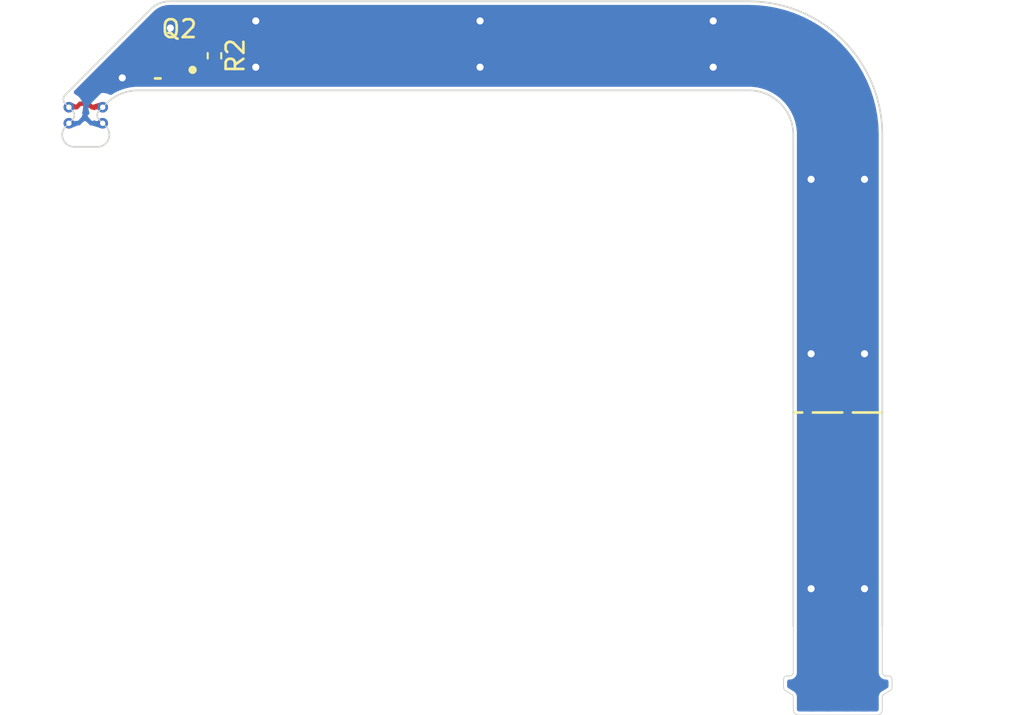
<source format=kicad_pcb>
(kicad_pcb (version 20221018) (generator pcbnew)
  (layers (0 "F.Cu" signal) (31 "B.Cu" signal) (34 "B.Paste" user) (35 "F.Paste" user) (36 "B.SilkS" user "B.Silkscreen") (37 "F.SilkS" user "F.Silkscreen") (38 "B.Mask" user) (39 "F.Mask" user) (44 "Edge.Cuts" user))
  (net 0 "")
  (net 1 "GND")
  (net 2 "+1V2")
  (net 3 "/G_UTL")
  (net 4 "Net-(Q2-G)")
  (footprint "footprints:FPC_Castellated_Hole" (layer "F.Cu") (at 123.8 82.55 45)
    (fp_text reference "J6" hide)
    (fp_text value "UTL_DCap_GND")
    (fp_line (start -0.3 0) (end 0.3 0) (stroke (width 0.05)) (layer "Edge.Cuts"))
    (pad "1" thru_hole circle (at 0 0 45) (size 0.6 0.6) (drill 0.3) (property pad_prop_castellated) (layers "*.Cu" "*.Mask") (net 1 "GND"))
  )
  (footprint "Resistor_SMD:R_0402_1005Metric" (layer "F.Cu") (at 131.98 78.76 -90)
    (fp_text reference "R2" (at 0 -1.17 90) (layer "F.SilkS"))
    (fp_text value "200")
    (fp_line (start -0.153641 -0.38) (end 0.153641 -0.38) (stroke (width 0.12)) (layer "F.SilkS"))
    (fp_line (start -0.153641 0.38) (end 0.153641 0.38) (stroke (width 0.12)) (layer "F.SilkS"))
    (pad "1" smd roundrect (at -0.51 0 270) (size 0.54 0.64) (layers "F.Cu" "F.Paste" "F.Mask") (net 3 "/G_UTL"))
    (pad "2" smd roundrect (at 0.51 0 270) (size 0.54 0.64) (layers "F.Cu" "F.Paste" "F.Mask") (net 4 "Net-(Q2-G)"))
  )
  (footprint "footprints:PQFN6_2X2_INF" (layer "F.Cu") (at 128.7932 78.849986 180)
    (fp_text reference "Q2" (at -1.2068 1.599986 unlocked) (layer "F.SilkS"))
    (fp_text value "IRFHS8342PbF")
    (fp_line (start 0.1524 -1.1811) (end -0.1524 -1.1811) (stroke (width 0.1524)) (layer "F.SilkS"))
    (pad "1" smd rect (at -1.0668 -0.649986 180) (size 0.5842 0.3048) (layers "F.Cu" "F.Paste" "F.Mask") (net 2 "+1V2"))
    (pad "2" smd rect (at -1.0668 0 180) (size 0.5842 0.3048) (layers "F.Cu" "F.Paste" "F.Mask") (net 2 "+1V2"))
    (pad "3" smd rect (at -1.0668 0.649986 180) (size 0.5842 0.3048) (layers "F.Cu" "F.Paste" "F.Mask") (net 4 "Net-(Q2-G)"))
    (pad "4" smd rect (at 1.0668 0.649986 180) (size 0.5842 0.3048) (layers "F.Cu" "F.Paste" "F.Mask") (net 1 "GND"))
    (pad "5" smd rect (at 1.0668 0 180) (size 0.5842 0.3048) (layers "F.Cu" "F.Paste" "F.Mask") (net 2 "+1V2"))
    (pad "6" smd rect (at 1.0668 -0.649986 180) (size 0.5842 0.3048) (layers "F.Cu" "F.Paste" "F.Mask") (net 2 "+1V2"))
    (pad "7" smd rect (at 0.021082 -0.300736 180) (size 1.27 1.0668) (layers "F.Cu" "F.Paste" "F.Mask") (net 2 "+1V2"))
    (pad "8" smd rect (at 0.004 0.776986 180) (size 0.7874 0.254) (layers "F.Cu" "F.Paste" "F.Mask") (net 1 "GND"))
  )
  (footprint "footprints:FPC_Castellated_Hole" (layer "F.Cu") (at 125.7 81.65 45)
    (fp_text reference "J7" hide)
    (fp_text value "UTL_DCap_V12")
    (fp_line (start -0.3 0) (end 0.3 0) (stroke (width 0.05)) (layer "Edge.Cuts"))
    (pad "1" thru_hole circle (at 0 0 45) (size 0.6 0.6) (drill 0.3) (property pad_prop_castellated) (layers "*.Cu" "*.Mask") (net 2 "+1V2"))
  )
  (footprint "footprints:Molex_2005280040_FPC" (layer "F.Cu") (at 167 110.8 180)
    (fp_text reference "J4" hide)
    (fp_text value "Molex 200528_0400")
    (fp_line (start -3.05 -3.444854) (end -3.05 -3) (stroke (width 0.05)) (layer "Edge.Cuts"))
    (fp_line (start -2.85 -2.8) (end -2.7 -2.8) (stroke (width 0.05)) (layer "Edge.Cuts"))
    (fp_line (start -2.558579 -3.858579) (end -2.939443 -3.623739) (stroke (width 0.05)) (layer "Edge.Cuts"))
    (fp_line (start -2.5 -4.7) (end -2.5 -4) (stroke (width 0.05)) (layer "Edge.Cuts"))
    (fp_line (start -2.5 -2.6) (end -2.5 0) (stroke (width 0.05)) (layer "Edge.Cuts"))
    (fp_line (start -2.2 -5) (end 2.2 -5) (stroke (width 0.05)) (layer "Edge.Cuts"))
    (fp_line (start 2.5 -4.7) (end 2.5 -4) (stroke (width 0.05)) (layer "Edge.Cuts"))
    (fp_line (start 2.5 -2.6) (end 2.5 0) (stroke (width 0.05)) (layer "Edge.Cuts"))
    (fp_line (start 2.558579 -3.858579) (end 2.939443 -3.623739) (stroke (width 0.05)) (layer "Edge.Cuts"))
    (fp_line (start 2.85 -2.8) (end 2.7 -2.8) (stroke (width 0.05)) (layer "Edge.Cuts"))
    (fp_line (start 3.05 -3.444854) (end 3.05 -3) (stroke (width 0.05)) (layer "Edge.Cuts"))
    (fp_arc (start -3.05 -3.444854) (mid -3.02013 -3.55) (end -2.939443 -3.623739) (stroke (width 0.05)) (layer "Edge.Cuts"))
    (fp_arc (start -2.85 -2.8) (mid -2.991421 -2.858579) (end -3.05 -3) (stroke (width 0.05)) (layer "Edge.Cuts"))
    (fp_arc (start -2.7 -2.8) (mid -2.558579 -2.741421) (end -2.5 -2.6) (stroke (width 0.05)) (layer "Edge.Cuts"))
    (fp_arc (start -2.5 -4.7) (mid -2.412132 -4.912132) (end -2.2 -5) (stroke (width 0.05)) (layer "Edge.Cuts"))
    (fp_arc (start -2.5 -4) (mid -2.515224 -3.923463) (end -2.558579 -3.858579) (stroke (width 0.05)) (layer "Edge.Cuts"))
    (fp_arc (start 2.2 -5) (mid 2.412132 -4.912132) (end 2.5 -4.7) (stroke (width 0.05)) (layer "Edge.Cuts"))
    (fp_arc (start 2.5 -2.6) (mid 2.558579 -2.741421) (end 2.7 -2.8) (stroke (width 0.05)) (layer "Edge.Cuts"))
    (fp_arc (start 2.558579 -3.858579) (mid 2.515225 -3.923464) (end 2.5 -4) (stroke (width 0.05)) (layer "Edge.Cuts"))
    (fp_arc (start 2.939443 -3.623739) (mid 3.020112 -3.54999) (end 3.05 -3.444854) (stroke (width 0.05)) (layer "Edge.Cuts"))
    (fp_arc (start 3.05 -3) (mid 2.991421 -2.858579) (end 2.85 -2.8) (stroke (width 0.05)) (layer "Edge.Cuts"))
    (pad "1" smd roundrect (at 1.5 -3.15 180) (size 0.7 3.3) (layers "F.Cu" "F.Mask") (net 1 "GND"))
    (pad "2" smd roundrect (at 0.5 -3.15 180) (size 0.7 3.3) (layers "F.Cu" "F.Mask") (net 3 "/G_UTL"))
    (pad "3" smd roundrect (at -0.5 -3.15 180) (size 0.7 3.3) (layers "F.Cu" "F.Mask") (net 3 "/G_UTL"))
    (pad "4" smd roundrect (at -1.5 -3.15 180) (size 0.7 3.3) (layers "F.Cu" "F.Mask") (net 1 "GND"))
  )
  (footprint "footprints:FPC_Castellated_Hole" (layer "F.Cu") (at 123.8 81.65 135)
    (fp_text reference "J5" hide)
    (fp_text value "UTL_DCap_V12")
    (fp_line (start -0.3 0) (end 0.3 0) (stroke (width 0.05)) (layer "Edge.Cuts"))
    (pad "1" thru_hole circle (at 0 0 135) (size 0.6 0.6) (drill 0.3) (property pad_prop_castellated) (layers "*.Cu" "*.Mask") (net 2 "+1V2"))
  )
  (footprint "footprints:FPC_Castellated_Hole" (layer "F.Cu") (at 125.7 82.55 135)
    (fp_text reference "J8" hide)
    (fp_text value "UTL_DCap_GND")
    (fp_line (start -0.3 0) (end 0.3 0) (stroke (width 0.05)) (layer "Edge.Cuts"))
    (pad "1" thru_hole circle (at 0 0 135) (size 0.6 0.6) (drill 0.3) (property pad_prop_castellated) (layers "*.Cu" "*.Mask") (net 1 "GND"))
  )
  (gr_line (start 169.5 98.8) (end 164.5 98.8) (stroke (width 0.15) (type dash)) (layer "F.SilkS"))
  (gr_circle (center 130.75 79.55) (end 130.908114 79.55) (stroke (width 0.15)) (fill solid) (layer "F.SilkS"))
  (gr_arc (start 124.1 83.8738) (mid 123.488019 83.481932) (end 123.587869 82.762133) (stroke (width 0.1)) (layer "Edge.Cuts"))
  (gr_line (start 162 75.7) (end 129.46066 75.7) (stroke (width 0.1)) (layer "Edge.Cuts"))
  (gr_arc (start 123.587868 81.437868) (mid 123.490575 81.2) (end 123.587868 80.962132) (stroke (width 0.1)) (layer "Edge.Cuts"))
  (gr_line (start 164.5 98.8) (end 164.5 83.2) (stroke (width 0.1)) (layer "Edge.Cuts"))
  (gr_line (start 164.5 110.8) (end 164.5 98.8) (stroke (width 0.1)) (layer "Edge.Cuts"))
  (gr_line (start 169.5 110.8) (end 169.5 98.8) (stroke (width 0.1)) (layer "Edge.Cuts"))
  (gr_line (start 124.1 83.8738) (end 125.4 83.8738) (stroke (width 0.1)) (layer "Edge.Cuts"))
  (gr_arc (start 125.912131 82.762133) (mid 126.01198 83.481932) (end 125.4 83.8738) (stroke (width 0.1)) (layer "Edge.Cuts"))
  (gr_arc (start 162 80.7) (mid 163.767767 81.432233) (end 164.5 83.2) (stroke (width 0.1)) (layer "Edge.Cuts"))
  (gr_line (start 169.5 98.8) (end 169.5 83.2) (stroke (width 0.1)) (layer "Edge.Cuts"))
  (gr_arc (start 124.012132 81.862132) (mid 124.109425 82.1) (end 124.012132 82.337868) (stroke (width 0.1)) (layer "Edge.Cuts"))
  (gr_arc (start 125.913152 81.43889) (mid 126.733203 80.892008) (end 127.7 80.7) (stroke (width 0.1)) (layer "Edge.Cuts"))
  (gr_line (start 123.587868 80.962132) (end 128.4 76.13934) (stroke (width 0.1)) (layer "Edge.Cuts"))
  (gr_arc (start 128.4 76.13934) (mid 128.886633 75.814168) (end 129.46066 75.7) (stroke (width 0.1)) (layer "Edge.Cuts"))
  (gr_arc (start 125.487868 82.337868) (mid 125.390575 82.1) (end 125.487868 81.862132) (stroke (width 0.1)) (layer "Edge.Cuts"))
  (gr_line (start 162 80.7) (end 127.7 80.7) (stroke (width 0.1)) (layer "Edge.Cuts"))
  (gr_arc (start 162 75.7) (mid 167.303301 77.896699) (end 169.5 83.2) (stroke (width 0.1)) (layer "Edge.Cuts"))
  (segment (start 166.906207 79.206207) (end 166.09099 78.39099) (width 0.5) (layer "F.Cu") (net 1))
  (segment (start 133.932939 79.767061) (end 134.3 79.4) (width 0.25) (layer "F.Cu") (net 1))
  (segment (start 168.5 83.053963) (end 168.5 95.5) (width 0.5) (layer "F.Cu") (net 1))
  (segment (start 168.5 95.5) (end 168.5 113.95) (width 0.5) (layer "F.Cu") (net 1))
  (segment (start 129.862199 76.999999) (end 129.719546 77.142653) (width 0.5) (layer "F.Cu") (net 1))
  (segment (start 128.7892 78.073) (end 129.442653 77.419546) (width 0.5) (layer "F.Cu") (net 1))
  (segment (start 128.7892 78.073) (end 127.943202 78.073) (width 0.25) (layer "F.Cu") (net 1))
  (segment (start 127.7899 78.1365) (end 127.7264 78.2) (width 0.25) (layer "F.Cu") (net 1))
  (segment (start 129.5 77.2) (end 129.5 77.2811) (width 0.5) (layer "F.Cu") (net 1))
  (segment (start 160 76.8) (end 162.25 76.8) (width 0.5) (layer "F.Cu") (net 1))
  (segment (start 165.5 95.5) (end 165.5 82.984924) (width 0.5) (layer "F.Cu") (net 1))
  (segment (start 165.5 95.5) (end 165.5 113.95) (width 0.5) (layer "F.Cu") (net 1))
  (segment (start 133.046775 80.134122) (end 132.282939 80.134122) (width 0.25) (layer "F.Cu") (net 1))
  (segment (start 146.9 76.8) (end 134.3 76.8) (width 0.5) (layer "F.Cu") (net 1))
  (segment (start 146.9 79.4) (end 134.3 79.4) (width 0.5) (layer "F.Cu") (net 1))
  (segment (start 146.9 79.4) (end 160 79.4) (width 0.5) (layer "F.Cu") (net 1))
  (segment (start 126.867061 80.067061) (end 126.8 80) (width 0.25) (layer "F.Cu") (net 1))
  (segment (start 130.345042 76.8) (end 134.3 76.8) (width 0.5) (layer "F.Cu") (net 1))
  (segment (start 160 76.8) (end 146.9 76.8) (width 0.5) (layer "F.Cu") (net 1))
  (segment (start 161.915075 79.4) (end 160 79.4) (width 0.5) (layer "F.Cu") (net 1))
  (segment (start 132.282939 80.134122) (end 127.02896 80.134122) (width 0.25) (layer "F.Cu") (net 1))
  (segment (start 129.5 77.2) (end 129.5811 77.2) (width 0.5) (layer "F.Cu") (net 1))
  (via (at 134.3 79.4) (size 0.8) (drill 0.4) (layers "F.Cu" "B.Cu") (net 1))
  (via (at 168.5 108.7) (size 0.8) (drill 0.4) (layers "F.Cu" "B.Cu") (net 1))
  (via (at 165.5 95.5) (size 0.8) (drill 0.4) (layers "F.Cu" "B.Cu") (net 1))
  (via (at 165.5 85.7) (size 0.8) (drill 0.4) (layers "F.Cu" "B.Cu") (net 1))
  (via (at 146.9 76.8) (size 0.8) (drill 0.4) (layers "F.Cu" "B.Cu") (net 1))
  (via (at 165.5 108.7) (size 0.8) (drill 0.4) (layers "F.Cu" "B.Cu") (net 1))
  (via (at 168.5 95.5) (size 0.8) (drill 0.4) (layers "F.Cu" "B.Cu") (net 1))
  (via (at 160 79.4) (size 0.8) (drill 0.4) (layers "F.Cu" "B.Cu") (net 1))
  (via (at 129.5 77.2) (size 0.8) (drill 0.4) (layers "F.Cu" "B.Cu") (net 1))
  (via (at 168.5 85.7) (size 0.8) (drill 0.4) (layers "F.Cu" "B.Cu") (net 1))
  (via (at 160 76.8) (size 0.8) (drill 0.4) (layers "F.Cu" "B.Cu") (net 1))
  (via (at 126.8 80) (size 0.8) (drill 0.4) (layers "F.Cu" "B.Cu") (net 1))
  (via (at 146.9 79.4) (size 0.8) (drill 0.4) (layers "F.Cu" "B.Cu") (net 1))
  (via (at 134.3 76.8) (size 0.8) (drill 0.4) (layers "F.Cu" "B.Cu") (net 1))
  (arc (start 129.5 77.2811) (mid 129.485096 77.356026) (end 129.442653 77.419546) (width 0.5) (layer "F.Cu") (net 1))
  (arc (start 129.719546 77.142653) (mid 129.656026 77.185096) (end 129.5811 77.2) (width 0.5) (layer "F.Cu") (net 1))
  (arc (start 166.09099 78.39099) (mid 164.328728 77.213484) (end 162.25 76.8) (width 0.5) (layer "F.Cu") (net 1))
  (arc (start 127.943202 78.073) (mid 127.860235 78.089503) (end 127.7899 78.1365) (width 0.25) (layer "F.Cu") (net 1))
  (arc (start 127.02896 80.134122) (mid 126.941341 80.116693) (end 126.867061 80.067061) (width 0.25) (layer "F.Cu") (net 1))
  (arc (start 166.906207 79.206207) (mid 168.085786 80.971572) (end 168.5 83.053963) (width 0.5) (layer "F.Cu") (net 1))
  (arc (start 133.932939 79.767061) (mid 133.526363 80.038725) (end 133.046775 80.134122) (width 0.25) (layer "F.Cu") (net 1))
  (arc (start 164.45 80.45) (mid 163.286966 79.672886) (end 161.915075 79.4) (width 0.5) (layer "F.Cu") (net 1))
  (arc (start 130.345042 76.8) (mid 130.083729 76.851978) (end 129.862199 76.999999) (width 0.5) (layer "F.Cu") (net 1))
  (arc (start 164.45 80.45) (mid 165.227113 81.613033) (end 165.5 82.984924) (width 0.5) (layer "F.Cu") (net 1))
  (segment (start 125.05 82.55) (end 124.875 82.375) (width 0.25) (layer "B.Cu") (net 1))
  (segment (start 124.7 81.9) (end 124.7 81.952512) (width 0.25) (layer "B.Cu") (net 1))
  (segment (start 129.5 77.2) (end 129.5 77.25) (width 0.25) (layer "B.Cu") (net 1))
  (segment (start 123.8 82.55) (end 124.35 82.55) (width 0.25) (layer "B.Cu") (net 1))
  (segment (start 126.123223 80.176776) (end 124.912132 81.387867) (width 0.25) (layer "B.Cu") (net 1))
  (segment (start 124.35 82.55) (end 124.525 82.375) (width 0.25) (layer "B.Cu") (net 1))
  (segment (start 126.8 80) (end 129.464644 77.335355) (width 0.25) (layer "B.Cu") (net 1))
  (segment (start 126.55 80) (end 126.8 80) (width 0.25) (layer "B.Cu") (net 1))
  (segment (start 125.7 82.55) (end 125.05 82.55) (width 0.25) (layer "B.Cu") (net 1))
  (arc (start 124.525 82.375) (mid 124.654518 82.18116) (end 124.7 81.952512) (width 0.25) (layer "B.Cu") (net 1))
  (arc (start 124.912132 81.387867) (mid 124.755131 81.622835) (end 124.7 81.9) (width 0.25) (layer "B.Cu") (net 1))
  (arc (start 126.55 80) (mid 126.31903 80.045942) (end 126.123223 80.176776) (width 0.25) (layer "B.Cu") (net 1))
  (arc (start 129.5 77.25) (mid 129.490811 77.296193) (end 129.464644 77.335355) (width 0.25) (layer "B.Cu") (net 1))
  (arc (start 124.7 81.952512) (mid 124.745481 82.18116) (end 124.875 82.375) (width 0.25) (layer "B.Cu") (net 1))
  (arc (start 124.875 82.375) (mid 124.7 82.302512) (end 124.525 82.375) (width 0.25) (layer "B.Cu") (net 1))
  (segment (start 124.249324 81.632477) (end 124.250102 81.633331) (width 0.25) (layer "F.Cu") (net 2))
  (segment (start 124.231801 81.65) (end 123.8 81.65) (width 0.25) (layer "F.Cu") (net 2))
  (segment (start 129.86 78.849986) (end 129.072854 78.849986) (width 0.25) (layer "F.Cu") (net 2))
  (segment (start 124.991421 81.55) (end 125.091421 81.65) (width 0.25) (layer "F.Cu") (net 2))
  (segment (start 127.290199 78.849986) (end 127.7264 78.849986) (width 0.25) (layer "F.Cu") (net 2))
  (segment (start 124.85 81.55) (end 124.991421 81.55) (width 0.25) (layer "F.Cu") (net 2))
  (segment (start 127.7264 79.499972) (end 128.422868 79.499972) (width 0.25) (layer "F.Cu") (net 2))
  (segment (start 124.431801 81.45) (end 124.249324 81.632477) (width 0.25) (layer "F.Cu") (net 2))
  (segment (start 124.774999 81.424999) (end 124.824631 81.375368) (width 0.25) (layer "F.Cu") (net 2))
  (segment (start 124.85 81.55) (end 124.75 81.45) (width 0.25) (layer "F.Cu") (net 2))
  (segment (start 129.86 79.499972) (end 129.121368 79.499972) (width 0.25) (layer "F.Cu") (net 2))
  (segment (start 125.175368 80.528615) (end 126.545557 79.158426) (width 0.25) (layer "F.Cu") (net 2))
  (segment (start 125.091421 81.65) (end 125.7 81.65) (width 0.25) (layer "F.Cu") (net 2))
  (segment (start 127.7264 78.849986) (end 128.471382 78.849986) (width 0.25) (layer "F.Cu") (net 2))
  (segment (start 124.75 81.45) (end 124.431801 81.45) (width 0.25) (layer "F.Cu") (net 2))
  (arc (start 127.290199 78.849986) (mid 126.887201 78.930146) (end 126.545557 79.158426) (width 0.25) (layer "F.Cu") (net 2))
  (arc (start 125.175368 80.528615) (mid 125.045576 80.722862) (end 125 80.951992) (width 0.25) (layer "F.Cu") (net 2))
  (arc (start 125 80.951992) (mid 124.954423 81.181121) (end 124.824631 81.375368) (width 0.25) (layer "F.Cu") (net 2))
  (segment (start 133.814142 78.2) (end 161.707968 78.2) (width 0.5) (layer "F.Cu") (net 3))
  (segment (start 131.98 78.235) (end 131.98 78.25) (width 0.5) (layer "F.Cu") (net 3))
  (segment (start 167 83.492031) (end 167 113.7) (width 0.5) (layer "F.Cu") (net 3))
  (segment (start 166.75 113.95) (end 166.5 113.95) (width 0.5) (layer "F.Cu") (net 3))
  (segment (start 133.765857 78.22) (end 131.995 78.22) (width 0.5) (layer "F.Cu") (net 3))
  (segment (start 167.25 113.95) (end 166.75 113.95) (width 0.5) (layer "F.Cu") (net 3))
  (segment (start 167.25 113.95) (end 167.5 113.95) (width 0.5) (layer "F.Cu") (net 3))
  (arc (start 166.75 113.95) (mid 166.926776 113.876776) (end 167 113.7) (width 0.5) (layer "F.Cu") (net 3))
  (arc (start 133.79 78.21) (mid 133.778923 78.217401) (end 133.765857 78.22) (width 0.5) (layer "F.Cu") (net 3))
  (arc (start 165.45 79.75) (mid 163.733141 78.602831) (end 161.707968 78.2) (width 0.5) (layer "F.Cu") (net 3))
  (arc (start 131.995 78.22) (mid 131.984393 78.224393) (end 131.98 78.235) (width 0.5) (layer "F.Cu") (net 3))
  (arc (start 165.45 79.75) (mid 166.597168 81.466858) (end 167 83.492031) (width 0.5) (layer "F.Cu") (net 3))
  (arc (start 167 113.7) (mid 167.073223 113.876776) (end 167.25 113.95) (width 0.5) (layer "F.Cu") (net 3))
  (arc (start 133.814142 78.2) (mid 133.801076 78.202598) (end 133.79 78.21) (width 0.5) (layer "F.Cu") (net 3))
  (segment (start 131.82 79.27) (end 131.98 79.27) (width 0.25) (layer "F.Cu") (net 4))
  (segment (start 130.225 78.2) (end 129.86 78.2) (width 0.25) (layer "F.Cu") (net 4))
  (segment (start 130.848093 78.458093) (end 131.546862 79.156862) (width 0.25) (layer "F.Cu") (net 4))
  (arc (start 131.546862 79.156862) (mid 131.672179 79.240596) (end 131.82 79.27) (width 0.25) (layer "F.Cu") (net 4))
  (arc (start 130.848093 78.458093) (mid 130.562215 78.267076) (end 130.225 78.2) (width 0.25) (layer "F.Cu") (net 4))
  (zone (net 1) (net_name "GND") (layer "B.Cu") (priority 1) (connect_pads (clearance 0.5)) (min_thickness 0.25) (fill yes (thermal_gap 0.5) (thermal_bridge_width 0.5))
    (polygon (pts (xy 163.9 115.8) (xy 170.1 115.8) (xy 170.1 75.7) (xy 128.6 75.7) (xy 122.8 81.5) (xy 122.8 82.1) (xy 125.9 82.1) (xy 126.5 81.5) (xy 128.5 80.7) (xy 162 80.7) (xy 163.8 82.5)))
  )
)
</source>
